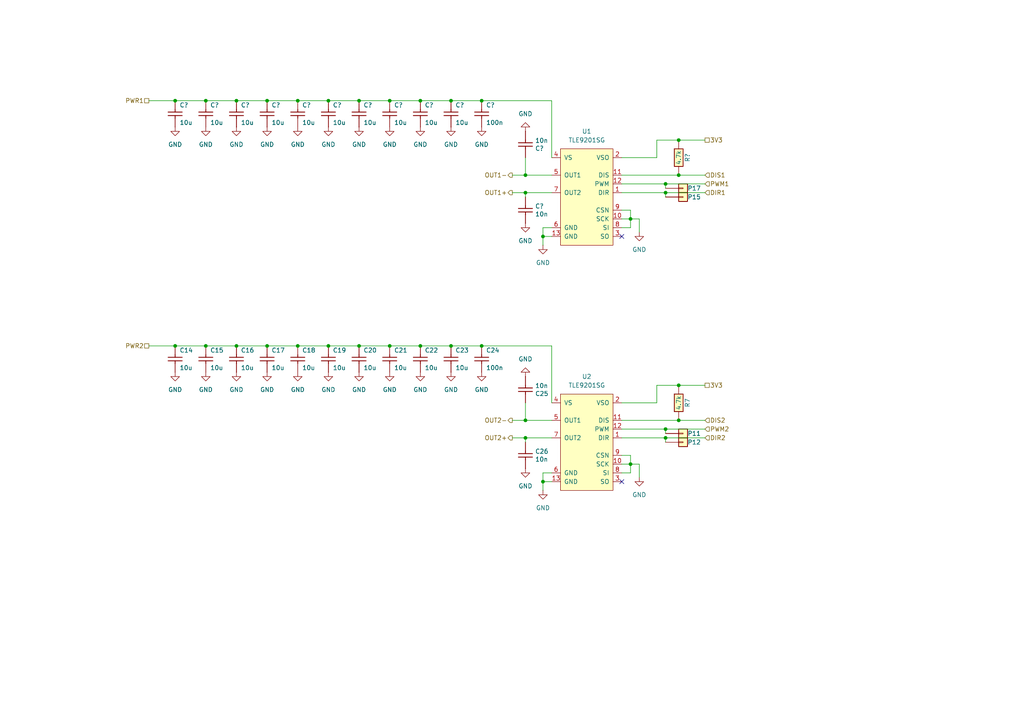
<source format=kicad_sch>
(kicad_sch (version 20231120) (generator "eeschema") (generator_version "8.0")
  (paper "A4")
  (title_block (title "UAEFI") (date "2024-08-15") (rev "D") (company "rusEFI.com"))
  (lib_symbols
    (symbol "GND_2" (power) (pin_numbers hide) (pin_names (offset 0) hide)
      (property "Value" "GND" (at 0 -3.81 0))
      (symbol "GND_2_0_1"
        (polyline (pts (xy 0 0) (xy 0 -1.27) (xy 1.27 -1.27) (xy 0 -2.54) (xy -1.27 -1.27) (xy 0 -1.27)))
      )
      (symbol "GND_2_1_1"
        (pin power_in line (at 0 0 270) (length 0) (name "~") (number "1"))
      )
    )
    (symbol "chips:TLE9201SG" (pin_names (offset 1.016))
      (property "Reference" "U" (at -1.27 3.81 0))
      (property "Value" "TLE9201SG" (at 2.54 1.27 0))
      (symbol "TLE9201SG_0_1"
        (rectangle (start -2.54 0) (end 12.7 -27.94) (fill (type background)))
      )
      (symbol "TLE9201SG_1_1"
        (pin passive line (at -5.08 -12.7 0) (length 2.54) (name "DIR") (number "1"))
        (pin passive line (at -5.08 -20.32 0) (length 2.54) (name "SCK") (number "10"))
        (pin passive line (at -5.08 -7.62 0) (length 2.54) (name "DIS") (number "11"))
        (pin passive line (at -5.08 -10.16 0) (length 2.54) (name "PWM") (number "12"))
        (pin passive line (at 15.24 -25.4 180) (length 2.54) (name "GND") (number "13"))
        (pin passive line (at -5.08 -2.54 0) (length 2.54) (name "VSO") (number "2"))
        (pin passive line (at -5.08 -25.4 0) (length 2.54) (name "SO") (number "3"))
        (pin passive line (at 15.24 -2.54 180) (length 2.54) (name "VS") (number "4"))
        (pin passive line (at 15.24 -7.62 180) (length 2.54) (name "OUT1") (number "5"))
        (pin passive line (at 15.24 -22.86 180) (length 2.54) (name "GND") (number "6"))
        (pin passive line (at 15.24 -12.7 180) (length 2.54) (name "OUT2") (number "7"))
        (pin passive line (at -5.08 -22.86 0) (length 2.54) (name "SI") (number "8"))
        (pin passive line (at -5.08 -17.78 0) (length 2.54) (name "CSN") (number "9"))
      )
    )
    (symbol "hellen-one-common:Cap" (pin_numbers hide)
      (property "Reference" "C" (at -3.81 2.54 0))
      (property "Value" "Cap" (at -2.54 -1.27 0))
      (symbol "Cap_1_0"
        (polyline (pts (xy -1.27 0) (xy -0.508 0)) (stroke (width 0.254)))
        (polyline (pts (xy -0.508 -2.032) (xy -0.508 2.032)) (stroke (width 0.254)))
        (polyline (pts (xy 0.508 2.032) (xy 0.508 -2.032)) (stroke (width 0.254)))
        (polyline (pts (xy 1.27 0) (xy 0.508 0)) (stroke (width 0.254)))
        (pin passive line (at -3.81 0 0) (length 2.54) (name "") (number "1"))
        (pin passive line (at 3.81 0 180) (length 2.54) (name "") (number "2"))
      )
    )
    (symbol "hellen-one-common:Pad" (pin_numbers hide) (pin_names (offset 1.016) hide)
      (property "Reference" "P" (at 2.54 0 0))
      (symbol "Pad_1_1"
        (rectangle (start -1.27 0.127) (end 0 -0.127) (stroke (width 0.1524)))
        (rectangle (start -1.27 1.27) (end 1.27 -1.27) (stroke (width 0.254)) (fill (type background)))
        (pin passive line (at -5.08 0 0) (length 3.81) (name "Pin_1") (number "1"))
      )
    )
    (symbol "hellen-one-common:Res" (pin_numbers hide)
      (property "Reference" "R" (at 3.81 2.54 0))
      (property "Value" "Res" (at 5.08 -2.54 0))
      (symbol "Res_1_0"
        (rectangle (start 2.54 -1.27) (end 7.62 1.27) (stroke (width 0.254)) (fill (type background)))
        (pin passive line (at 0 0 0) (length 2.54) (name "") (number "1"))
        (pin passive line (at 10.16 0 180) (length 2.54) (name "") (number "2"))
      )
    )
  )
  (junction (at 121.92 29.21))
  (junction (at 68.58 29.21))
  (junction (at 152.4 121.92))
  (junction (at 196.85 40.64))
  (junction (at 104.14 29.21))
  (junction (at 113.03 29.21))
  (junction (at 193.04 55.88))
  (junction (at 193.04 127))
  (junction (at 59.69 100.33))
  (junction (at 157.48 139.7))
  (junction (at 182.88 134.62))
  (junction (at 193.04 53.34))
  (junction (at 68.58 100.33))
  (junction (at 95.25 100.33))
  (junction (at 196.85 111.76))
  (junction (at 77.47 100.33))
  (junction (at 152.4 50.8))
  (junction (at 193.04 124.46))
  (junction (at 152.4 55.88))
  (junction (at 113.03 100.33))
  (junction (at 86.36 29.21))
  (junction (at 130.81 100.33))
  (junction (at 50.8 100.33))
  (junction (at 196.85 50.8))
  (junction (at 152.4 127))
  (junction (at 95.25 29.21))
  (junction (at 121.92 100.33))
  (junction (at 196.85 121.92))
  (junction (at 139.7 100.33))
  (junction (at 139.7 29.21))
  (junction (at 50.8 29.21))
  (junction (at 86.36 100.33))
  (junction (at 130.81 29.21))
  (junction (at 59.69 29.21))
  (junction (at 77.47 29.21))
  (junction (at 157.48 68.58))
  (junction (at 104.14 100.33))
  (junction (at 182.88 63.5))
  (no_connect (at 180.34 139.7))
  (no_connect (at 180.34 68.58))
  (wire (pts (xy 180.34 121.92) (xy 196.85 121.92)))
  (wire (pts (xy 77.47 100.33) (xy 86.36 100.33)))
  (wire (pts (xy 152.4 50.8) (xy 148.59 50.8)))
  (wire (pts (xy 180.34 45.72) (xy 190.5 45.72)))
  (wire (pts (xy 182.88 132.08) (xy 182.88 134.62)))
  (wire (pts (xy 157.48 139.7) (xy 160.02 139.7)))
  (wire (pts (xy 152.4 121.92) (xy 148.59 121.92)))
  (wire (pts (xy 190.5 111.76) (xy 196.85 111.76)))
  (wire (pts (xy 180.34 55.88) (xy 193.04 55.88)))
  (wire (pts (xy 130.81 29.21) (xy 139.7 29.21)))
  (wire (pts (xy 182.88 60.96) (xy 182.88 63.5)))
  (wire (pts (xy 104.14 100.33) (xy 113.03 100.33)))
  (wire (pts (xy 193.04 53.34) (xy 193.04 54.61)))
  (wire (pts (xy 180.34 132.08) (xy 182.88 132.08)))
  (wire (pts (xy 182.88 63.5) (xy 185.42 63.5)))
  (wire (pts (xy 180.34 50.8) (xy 196.85 50.8)))
  (wire (pts (xy 104.14 29.21) (xy 113.03 29.21)))
  (wire (pts (xy 182.88 137.16) (xy 182.88 134.62)))
  (wire (pts (xy 157.48 68.58) (xy 160.02 68.58)))
  (wire (pts (xy 180.34 53.34) (xy 193.04 53.34)))
  (wire (pts (xy 68.58 29.21) (xy 77.47 29.21)))
  (wire (pts (xy 182.88 66.04) (xy 182.88 63.5)))
  (wire (pts (xy 193.04 53.34) (xy 204.47 53.34)))
  (wire (pts (xy 157.48 139.7) (xy 157.48 137.16)))
  (wire (pts (xy 157.48 66.04) (xy 160.02 66.04)))
  (wire (pts (xy 193.04 55.88) (xy 204.47 55.88)))
  (wire (pts (xy 157.48 68.58) (xy 157.48 66.04)))
  (wire (pts (xy 180.34 137.16) (xy 182.88 137.16)))
  (wire (pts (xy 160.02 100.33) (xy 160.02 116.84)))
  (wire (pts (xy 193.04 127) (xy 204.47 127)))
  (wire (pts (xy 152.4 55.88) (xy 160.02 55.88)))
  (wire (pts (xy 185.42 67.31) (xy 185.42 63.5)))
  (wire (pts (xy 180.34 60.96) (xy 182.88 60.96)))
  (wire (pts (xy 148.59 55.88) (xy 152.4 55.88)))
  (wire (pts (xy 113.03 100.33) (xy 121.92 100.33)))
  (wire (pts (xy 148.59 127) (xy 152.4 127)))
  (wire (pts (xy 160.02 121.92) (xy 152.4 121.92)))
  (wire (pts (xy 160.02 50.8) (xy 152.4 50.8)))
  (wire (pts (xy 196.85 40.64) (xy 204.47 40.64)))
  (wire (pts (xy 121.92 29.21) (xy 130.81 29.21)))
  (wire (pts (xy 180.34 66.04) (xy 182.88 66.04)))
  (wire (pts (xy 193.04 124.46) (xy 204.47 124.46)))
  (wire (pts (xy 152.4 127) (xy 160.02 127)))
  (wire (pts (xy 180.34 134.62) (xy 182.88 134.62)))
  (wire (pts (xy 59.69 100.33) (xy 68.58 100.33)))
  (wire (pts (xy 190.5 45.72) (xy 190.5 40.64)))
  (wire (pts (xy 43.18 100.33) (xy 50.8 100.33)))
  (wire (pts (xy 152.4 127) (xy 152.4 128.27)))
  (wire (pts (xy 86.36 100.33) (xy 95.25 100.33)))
  (wire (pts (xy 180.34 63.5) (xy 182.88 63.5)))
  (wire (pts (xy 59.69 29.21) (xy 68.58 29.21)))
  (wire (pts (xy 121.92 100.33) (xy 130.81 100.33)))
  (wire (pts (xy 86.36 29.21) (xy 95.25 29.21)))
  (wire (pts (xy 196.85 121.92) (xy 204.47 121.92)))
  (wire (pts (xy 190.5 116.84) (xy 190.5 111.76)))
  (wire (pts (xy 196.85 111.76) (xy 204.47 111.76)))
  (wire (pts (xy 50.8 29.21) (xy 59.69 29.21)))
  (wire (pts (xy 180.34 116.84) (xy 190.5 116.84)))
  (wire (pts (xy 95.25 29.21) (xy 104.14 29.21)))
  (wire (pts (xy 152.4 50.8) (xy 152.4 45.72)))
  (wire (pts (xy 180.34 127) (xy 193.04 127)))
  (wire (pts (xy 157.48 71.12) (xy 157.48 68.58)))
  (wire (pts (xy 152.4 55.88) (xy 152.4 57.15)))
  (wire (pts (xy 193.04 127) (xy 193.04 128.27)))
  (wire (pts (xy 180.34 124.46) (xy 193.04 124.46)))
  (wire (pts (xy 130.81 100.33) (xy 139.7 100.33)))
  (wire (pts (xy 157.48 137.16) (xy 160.02 137.16)))
  (wire (pts (xy 139.7 100.33) (xy 160.02 100.33)))
  (wire (pts (xy 157.48 142.24) (xy 157.48 139.7)))
  (wire (pts (xy 50.8 100.33) (xy 59.69 100.33)))
  (wire (pts (xy 113.03 29.21) (xy 121.92 29.21)))
  (wire (pts (xy 95.25 100.33) (xy 104.14 100.33)))
  (wire (pts (xy 182.88 134.62) (xy 185.42 134.62)))
  (wire (pts (xy 185.42 138.43) (xy 185.42 134.62)))
  (wire (pts (xy 190.5 40.64) (xy 196.85 40.64)))
  (wire (pts (xy 43.18 29.21) (xy 50.8 29.21)))
  (wire (pts (xy 193.04 124.46) (xy 193.04 125.73)))
  (wire (pts (xy 68.58 100.33) (xy 77.47 100.33)))
  (wire (pts (xy 196.85 50.8) (xy 204.47 50.8)))
  (wire (pts (xy 139.7 29.21) (xy 160.02 29.21)))
  (wire (pts (xy 160.02 29.21) (xy 160.02 45.72)))
  (wire (pts (xy 193.04 55.88) (xy 193.04 57.15)))
  (wire (pts (xy 152.4 121.92) (xy 152.4 116.84)))
  (wire (pts (xy 77.47 29.21) (xy 86.36 29.21)))
  (hierarchical_label "OUT1+" (shape output) (at 148.59 55.88 180))
  (hierarchical_label "DIR2" (shape input) (at 204.47 127 0))
  (hierarchical_label "PWM2" (shape input) (at 204.47 124.46 0))
  (hierarchical_label "DIR1" (shape input) (at 204.47 55.88 0))
  (hierarchical_label "OUT2-" (shape output) (at 148.59 121.92 180))
  (hierarchical_label "PWM1" (shape input) (at 204.47 53.34 0))
  (hierarchical_label "PWR1" (shape passive) (at 43.18 29.21 180) (property "Netclass" "DC_Driver_PWR" (effects (hide yes))))
  (hierarchical_label "OUT1-" (shape output) (at 148.59 50.8 180))
  (hierarchical_label "DIS1" (shape input) (at 204.47 50.8 0))
  (hierarchical_label "DIS2" (shape input) (at 204.47 121.92 0))
  (hierarchical_label "3V3" (shape passive) (at 204.47 40.64 0))
  (hierarchical_label "OUT2+" (shape output) (at 148.59 127 180))
  (hierarchical_label "PWR2" (shape passive) (at 43.18 100.33 180) (property "Netclass" "DC_Driver_PWR" (effects (hide yes))))
  (hierarchical_label "3V3" (shape passive) (at 204.47 111.76 0))
  (symbol (lib_name "GND_2") (lib_id "power:GND") (at 139.7 36.83 0) (unit 1)
    (property "Reference" "#PWR065" (effects (hide yes)))
    (property "Value" "GND" (at 139.7 41.91 0))
    (property "Description" "Power symbol creates a global label with name \"GND\" , ground" (effects (hide yes)))
  )
  (symbol (lib_id "hellen-one-common:Cap") (at 104.14 33.02 90) (unit 1)
    (property "Reference" "C?" (at 105.41 30.48 90) (effects (justify right)))
    (property "Value" "10u" (at 105.41 35.56 90) (effects (justify right)))
    (property "Footprint" "hellen-one-common:C0805" (effects (hide yes)))
    (property "LCSC" "C15850" (effects (hide yes)))
    (instances (project "hellen-112-17" (path "" (reference "C?") (unit 1))) (project "MST01" (path "" (reference "C7") (unit 1))))
  )
  (symbol (lib_id "hellen-one-common:Cap") (at 68.58 104.14 90) (unit 1)
    (property "Reference" "C16" (at 69.85 101.6 90) (effects (justify right)))
    (property "Value" "10u" (at 69.85 106.68 90) (effects (justify right)))
    (property "Footprint" "hellen-one-common:C0805" (effects (hide yes)))
    (property "LCSC" "C15850" (effects (hide yes)))
  )
  (symbol (lib_name "GND_2") (lib_id "power:GND") (at 104.14 107.95 0) (unit 1)
    (property "Reference" "#PWR054" (effects (hide yes)))
    (property "Value" "GND" (at 104.14 113.03 0))
    (property "Description" "Power symbol creates a global label with name \"GND\" , ground" (effects (hide yes)))
  )
  (symbol (lib_name "GND_2") (lib_id "power:GND") (at 121.92 107.95 0) (unit 1)
    (property "Reference" "#PWR058" (effects (hide yes)))
    (property "Value" "GND" (at 121.92 113.03 0))
    (property "Description" "Power symbol creates a global label with name \"GND\" , ground" (effects (hide yes)))
  )
  (symbol (lib_id "hellen-one-common:Cap") (at 86.36 33.02 90) (unit 1)
    (property "Reference" "C?" (at 87.63 30.48 90) (effects (justify right)))
    (property "Value" "10u" (at 87.63 35.56 90) (effects (justify right)))
    (property "Footprint" "hellen-one-common:C0805" (effects (hide yes)))
    (property "LCSC" "C15850" (effects (hide yes)))
    (instances (project "hellen-112-17" (path "" (reference "C?") (unit 1))) (project "MST01" (path "" (reference "C5") (unit 1))))
  )
  (symbol (lib_name "GND_2") (lib_id "power:GND") (at 86.36 36.83 0) (unit 1)
    (property "Reference" "#PWR053" (effects (hide yes)))
    (property "Value" "GND" (at 86.36 41.91 0))
    (property "Description" "Power symbol creates a global label with name \"GND\" , ground" (effects (hide yes)))
  )
  (symbol (lib_id "hellen-one-common:Cap") (at 130.81 104.14 90) (unit 1)
    (property "Reference" "C23" (at 132.08 101.6 90) (effects (justify right)))
    (property "Value" "10u" (at 132.08 106.68 90) (effects (justify right)))
    (property "Footprint" "hellen-one-common:C0805" (effects (hide yes)))
    (property "LCSC" "C15850" (effects (hide yes)))
  )
  (symbol (lib_id "hellen-one-common:Cap") (at 130.81 33.02 90) (unit 1)
    (property "Reference" "C?" (at 132.08 30.48 90) (effects (justify right)))
    (property "Value" "10u" (at 132.08 35.56 90) (effects (justify right)))
    (property "Footprint" "hellen-one-common:C0805" (effects (hide yes)))
    (property "LCSC" "C15850" (effects (hide yes)))
    (instances (project "hellen-112-17" (path "" (reference "C?") (unit 1))) (project "MST01" (path "" (reference "C10") (unit 1))))
  )
  (symbol (lib_id "hellen-one-common:Cap") (at 152.4 132.08 90) (unit 1)
    (property "Reference" "C26" (at 155.1941 130.9306 90) (effects (justify right)))
    (property "Value" "10n" (at 155.1941 133.2293 90) (effects (justify right)))
    (property "Footprint" "hellen-one-common:C0603" (effects (hide yes)))
    (property "LCSC" "C57112" (effects (hide yes)))
  )
  (symbol (lib_id "hellen-one-common:Cap") (at 113.03 33.02 90) (unit 1)
    (property "Reference" "C?" (at 114.3 30.48 90) (effects (justify right)))
    (property "Value" "10u" (at 114.3 35.56 90) (effects (justify right)))
    (property "Footprint" "hellen-one-common:C0805" (effects (hide yes)))
    (property "LCSC" "C15850" (effects (hide yes)))
    (instances (project "hellen-112-17" (path "" (reference "C?") (unit 1))) (project "MST01" (path "" (reference "C8") (unit 1))))
  )
  (symbol (lib_id "hellen-one-common:Cap") (at 152.4 60.96 90) (unit 1)
    (property "Reference" "C?" (at 155.1941 59.8106 90) (effects (justify right)))
    (property "Value" "10n" (at 155.1941 62.1093 90) (effects (justify right)))
    (property "Footprint" "hellen-one-common:C0603" (effects (hide yes)))
    (property "LCSC" "C57112" (effects (hide yes)))
    (instances (project "hellen-112-17" (path "" (reference "C?") (unit 1)) (path "" (reference "C?") (unit 1))) (project "MST01" (path "" (reference "C13") (unit 1))))
  )
  (symbol (lib_id "hellen-one-common:Pad") (at 198.12 128.27 0) (unit 1)
    (property "Reference" "P12" (at 199.39 128.27 0) (effects (justify left)))
    (property "Value" "Pad" (effects (hide yes)))
    (property "Footprint" "Impronte-mie:PAD-TH-senza-serigrafia" (effects (hide yes)))
  )
  (symbol (lib_name "GND_2") (lib_id "power:GND") (at 113.03 107.95 0) (unit 1)
    (property "Reference" "#PWR056" (effects (hide yes)))
    (property "Value" "GND" (at 113.03 113.03 0))
    (property "Description" "Power symbol creates a global label with name \"GND\" , ground" (effects (hide yes)))
  )
  (symbol (lib_id "hellen-one-common:Cap") (at 50.8 33.02 90) (unit 1)
    (property "Reference" "C?" (at 52.07 30.48 90) (effects (justify right)))
    (property "Value" "10u" (at 52.07 35.56 90) (effects (justify right)))
    (property "Footprint" "hellen-one-common:C0805" (effects (hide yes)))
    (property "LCSC" "C15850" (effects (hide yes)))
    (instances (project "hellen-112-17" (path "" (reference "C?") (unit 1))) (project "MST01" (path "" (reference "C1") (unit 1))))
  )
  (symbol (lib_name "GND_2") (lib_id "power:GND") (at 68.58 107.95 0) (unit 1)
    (property "Reference" "#PWR010" (effects (hide yes)))
    (property "Value" "GND" (at 68.58 113.03 0))
    (property "Description" "Power symbol creates a global label with name \"GND\" , ground" (effects (hide yes)))
  )
  (symbol (lib_name "GND_2") (lib_id "power:GND") (at 121.92 36.83 0) (unit 1)
    (property "Reference" "#PWR061" (effects (hide yes)))
    (property "Value" "GND" (at 121.92 41.91 0))
    (property "Description" "Power symbol creates a global label with name \"GND\" , ground" (effects (hide yes)))
  )
  (symbol (lib_id "hellen-one-common:Cap") (at 139.7 33.02 90) (unit 1)
    (property "Reference" "C?" (at 140.97 30.48 90) (effects (justify right)))
    (property "Value" "100n" (at 140.97 35.56 90) (effects (justify right)))
    (property "Footprint" "hellen-one-common:C0603" (effects (hide yes)))
    (property "LCSC" "C14663" (effects (hide yes)))
    (instances (project "hellen-112-17" (path "" (reference "C?") (unit 1))) (project "MST01" (path "" (reference "C11") (unit 1))))
  )
  (symbol (lib_name "GND_2") (lib_id "power:GND") (at 59.69 36.83 0) (unit 1)
    (property "Reference" "#PWR09" (effects (hide yes)))
    (property "Value" "GND" (at 59.69 41.91 0))
    (property "Description" "Power symbol creates a global label with name \"GND\" , ground" (effects (hide yes)))
  )
  (symbol (lib_id "hellen-one-common:Cap") (at 50.8 104.14 90) (unit 1)
    (property "Reference" "C14" (at 52.07 101.6 90) (effects (justify right)))
    (property "Value" "10u" (at 52.07 106.68 90) (effects (justify right)))
    (property "Footprint" "hellen-one-common:C0805" (effects (hide yes)))
    (property "LCSC" "C15850" (effects (hide yes)))
  )
  (symbol (lib_name "GND_2") (lib_id "power:GND") (at 50.8 36.83 0) (unit 1)
    (property "Reference" "#PWR01" (effects (hide yes)))
    (property "Value" "GND" (at 50.8 41.91 0))
    (property "Description" "Power symbol creates a global label with name \"GND\" , ground" (effects (hide yes)))
  )
  (symbol (lib_name "GND_2") (lib_id "power:GND") (at 139.7 107.95 0) (unit 1)
    (property "Reference" "#PWR062" (effects (hide yes)))
    (property "Value" "GND" (at 139.7 113.03 0))
    (property "Description" "Power symbol creates a global label with name \"GND\" , ground" (effects (hide yes)))
  )
  (symbol (lib_id "hellen-one-common:Cap") (at 77.47 33.02 90) (unit 1)
    (property "Reference" "C?" (at 78.74 30.48 90) (effects (justify right)))
    (property "Value" "10u" (at 78.74 35.56 90) (effects (justify right)))
    (property "Footprint" "hellen-one-common:C0805" (effects (hide yes)))
    (property "LCSC" "C15850" (effects (hide yes)))
    (instances (project "hellen-112-17" (path "" (reference "C?") (unit 1))) (project "MST01" (path "" (reference "C4") (unit 1))))
  )
  (symbol (lib_name "GND_2") (lib_id "power:GND") (at 95.25 36.83 0) (unit 1)
    (property "Reference" "#PWR055" (effects (hide yes)))
    (property "Value" "GND" (at 95.25 41.91 0))
    (property "Description" "Power symbol creates a global label with name \"GND\" , ground" (effects (hide yes)))
  )
  (symbol (lib_name "GND_2") (lib_id "power:GND") (at 77.47 107.95 0) (unit 1)
    (property "Reference" "#PWR043" (effects (hide yes)))
    (property "Value" "GND" (at 77.47 113.03 0))
    (property "Description" "Power symbol creates a global label with name \"GND\" , ground" (effects (hide yes)))
  )
  (symbol (lib_id "hellen-one-common:Cap") (at 121.92 33.02 90) (unit 1)
    (property "Reference" "C?" (at 123.19 30.48 90) (effects (justify right)))
    (property "Value" "10u" (at 123.19 35.56 90) (effects (justify right)))
    (property "Footprint" "hellen-one-common:C0805" (effects (hide yes)))
    (property "LCSC" "C15850" (effects (hide yes)))
    (instances (project "hellen-112-17" (path "" (reference "C?") (unit 1))) (project "MST01" (path "" (reference "C9") (unit 1))))
  )
  (symbol (lib_name "GND_2") (lib_id "power:GND") (at 104.14 36.83 0) (unit 1)
    (property "Reference" "#PWR057" (effects (hide yes)))
    (property "Value" "GND" (at 104.14 41.91 0))
    (property "Description" "Power symbol creates a global label with name \"GND\" , ground" (effects (hide yes)))
  )
  (symbol (lib_name "GND_2") (lib_id "power:GND") (at 59.69 107.95 0) (unit 1)
    (property "Reference" "#PWR05" (effects (hide yes)))
    (property "Value" "GND" (at 59.69 113.03 0))
    (property "Description" "Power symbol creates a global label with name \"GND\" , ground" (effects (hide yes)))
  )
  (symbol (lib_id "hellen-one-common:Pad") (at 198.12 57.15 0) (unit 1)
    (property "Reference" "P15" (at 199.39 57.15 0) (effects (justify left)))
    (property "Value" "Pad" (effects (hide yes)))
    (property "Footprint" "Impronte-mie:PAD-TH-senza-serigrafia" (effects (hide yes)))
  )
  (symbol (lib_id "hellen-one-common:Cap") (at 152.4 113.03 90) (mirror x) (unit 1)
    (property "Reference" "C25" (at 155.1941 114.1794 90) (effects (justify right)))
    (property "Value" "10n" (at 155.1941 111.8807 90) (effects (justify right)))
    (property "Footprint" "hellen-one-common:C0603" (effects (hide yes)))
    (property "LCSC" "C57112" (effects (hide yes)))
  )
  (symbol (lib_id "hellen-one-common:Cap") (at 95.25 104.14 90) (unit 1)
    (property "Reference" "C19" (at 96.52 101.6 90) (effects (justify right)))
    (property "Value" "10u" (at 96.52 106.68 90) (effects (justify right)))
    (property "Footprint" "hellen-one-common:C0805" (effects (hide yes)))
    (property "LCSC" "C15850" (effects (hide yes)))
  )
  (symbol (lib_id "hellen-one-common:Cap") (at 139.7 104.14 90) (unit 1)
    (property "Reference" "C24" (at 140.97 101.6 90) (effects (justify right)))
    (property "Value" "100n" (at 140.97 106.68 90) (effects (justify right)))
    (property "Footprint" "hellen-one-common:C0603" (effects (hide yes)))
    (property "LCSC" "C14663" (effects (hide yes)))
  )
  (symbol (lib_name "GND_2") (lib_id "power:GND") (at 185.42 138.43 0) (unit 1)
    (property "Reference" "#PWR078" (effects (hide yes)))
    (property "Value" "GND" (at 185.42 143.51 0))
    (property "Description" "Power symbol creates a global label with name \"GND\" , ground" (effects (hide yes)))
  )
  (symbol (lib_name "GND_2") (lib_id "power:GND") (at 95.25 107.95 0) (unit 1)
    (property "Reference" "#PWR052" (effects (hide yes)))
    (property "Value" "GND" (at 95.25 113.03 0))
    (property "Description" "Power symbol creates a global label with name \"GND\" , ground" (effects (hide yes)))
  )
  (symbol (lib_id "hellen-one-common:Res") (at 196.85 50.8 90) (unit 1)
    (property "Reference" "R?" (at 199.39 45.72 0))
    (property "Value" "4.7k" (at 196.85 45.72 0))
    (property "Footprint" "hellen-one-common:R0603" (effects (hide yes)))
    (property "LCSC" "C23162" (effects (hide yes)))
    (instances (project "hellen-112-17" (path "" (reference "R?") (unit 1)) (path "" (reference "R?") (unit 1))) (project "MST01" (path "" (reference "R9") (unit 1))))
  )
  (symbol (lib_id "chips:TLE9201SG") (at 175.26 43.18 0) (mirror y) (unit 1)
    (property "Reference" "U1" (at 170.18 38.1 0))
    (property "Value" "TLE9201SG" (at 170.18 40.64 0))
    (property "Footprint" "Package_SO:Infineon_PG-DSO-12-11" (effects (hide yes)))
    (property "LCSC" "C2653438" (effects (hide yes)))
    (property "MyComment" "Aliexpress" (effects (hide yes)))
  )
  (symbol (lib_id "hellen-one-common:Cap") (at 95.25 33.02 90) (unit 1)
    (property "Reference" "C?" (at 96.52 30.48 90) (effects (justify right)))
    (property "Value" "10u" (at 96.52 35.56 90) (effects (justify right)))
    (property "Footprint" "hellen-one-common:C0805" (effects (hide yes)))
    (property "LCSC" "C15850" (effects (hide yes)))
    (instances (project "hellen-112-17" (path "" (reference "C?") (unit 1))) (project "MST01" (path "" (reference "C6") (unit 1))))
  )
  (symbol (lib_id "hellen-one-common:Cap") (at 104.14 104.14 90) (unit 1)
    (property "Reference" "C20" (at 105.41 101.6 90) (effects (justify right)))
    (property "Value" "10u" (at 105.41 106.68 90) (effects (justify right)))
    (property "Footprint" "hellen-one-common:C0805" (effects (hide yes)))
    (property "LCSC" "C15850" (effects (hide yes)))
  )
  (symbol (lib_name "GND_2") (lib_id "power:GND") (at 68.58 36.83 0) (unit 1)
    (property "Reference" "#PWR042" (effects (hide yes)))
    (property "Value" "GND" (at 68.58 41.91 0))
    (property "Description" "Power symbol creates a global label with name \"GND\" , ground" (effects (hide yes)))
  )
  (symbol (lib_name "GND_2") (lib_id "power:GND") (at 77.47 36.83 0) (unit 1)
    (property "Reference" "#PWR050" (effects (hide yes)))
    (property "Value" "GND" (at 77.47 41.91 0))
    (property "Description" "Power symbol creates a global label with name \"GND\" , ground" (effects (hide yes)))
  )
  (symbol (lib_name "GND_2") (lib_id "power:GND") (at 113.03 36.83 0) (unit 1)
    (property "Reference" "#PWR059" (effects (hide yes)))
    (property "Value" "GND" (at 113.03 41.91 0))
    (property "Description" "Power symbol creates a global label with name \"GND\" , ground" (effects (hide yes)))
  )
  (symbol (lib_name "GND_2") (lib_id "power:GND") (at 130.81 107.95 0) (unit 1)
    (property "Reference" "#PWR060" (effects (hide yes)))
    (property "Value" "GND" (at 130.81 113.03 0))
    (property "Description" "Power symbol creates a global label with name \"GND\" , ground" (effects (hide yes)))
  )
  (symbol (lib_name "GND_2") (lib_id "power:GND") (at 86.36 107.95 0) (unit 1)
    (property "Reference" "#PWR049" (effects (hide yes)))
    (property "Value" "GND" (at 86.36 113.03 0))
    (property "Description" "Power symbol creates a global label with name \"GND\" , ground" (effects (hide yes)))
  )
  (symbol (lib_id "chips:TLE9201SG") (at 175.26 114.3 0) (mirror y) (unit 1)
    (property "Reference" "U2" (at 170.18 109.22 0))
    (property "Value" "TLE9201SG" (at 170.18 111.76 0))
    (property "Footprint" "Package_SO:Infineon_PG-DSO-12-11" (effects (hide yes)))
    (property "LCSC" "C2653438" (effects (hide yes)))
    (property "MyComment" "Aliexpress" (effects (hide yes)))
  )
  (symbol (lib_name "GND_2") (lib_id "power:GND") (at 152.4 135.89 0) (unit 1)
    (property "Reference" "#PWR066" (effects (hide yes)))
    (property "Value" "GND" (at 152.4 140.97 0))
    (property "Description" "Power symbol creates a global label with name \"GND\" , ground" (effects (hide yes)))
  )
  (symbol (lib_id "hellen-one-common:Cap") (at 59.69 104.14 90) (unit 1)
    (property "Reference" "C15" (at 60.96 101.6 90) (effects (justify right)))
    (property "Value" "10u" (at 60.96 106.68 90) (effects (justify right)))
    (property "Footprint" "hellen-one-common:C0805" (effects (hide yes)))
    (property "LCSC" "C15850" (effects (hide yes)))
  )
  (symbol (lib_id "hellen-one-common:Pad") (at 198.12 125.73 0) (unit 1)
    (property "Reference" "P11" (at 199.39 125.73 0) (effects (justify left)))
    (property "Value" "Pad" (effects (hide yes)))
    (property "Footprint" "Impronte-mie:PAD-TH-senza-serigrafia" (effects (hide yes)))
  )
  (symbol (lib_id "hellen-one-common:Cap") (at 152.4 41.91 90) (mirror x) (unit 1)
    (property "Reference" "C?" (at 155.1941 43.0594 90) (effects (justify right)))
    (property "Value" "10n" (at 155.1941 40.7607 90) (effects (justify right)))
    (property "Footprint" "hellen-one-common:C0603" (effects (hide yes)))
    (property "LCSC" "C57112" (effects (hide yes)))
    (instances (project "hellen-112-17" (path "" (reference "C?") (unit 1)) (path "" (reference "C?") (unit 1))) (project "MST01" (path "" (reference "C12") (unit 1))))
  )
  (symbol (lib_name "GND_2") (lib_id "power:GND") (at 157.48 142.24 0) (unit 1)
    (property "Reference" "#PWR076" (effects (hide yes)))
    (property "Value" "GND" (at 157.48 147.32 0))
    (property "Description" "Power symbol creates a global label with name \"GND\" , ground" (effects (hide yes)))
  )
  (symbol (lib_id "hellen-one-common:Cap") (at 121.92 104.14 90) (unit 1)
    (property "Reference" "C22" (at 123.19 101.6 90) (effects (justify right)))
    (property "Value" "10u" (at 123.19 106.68 90) (effects (justify right)))
    (property "Footprint" "hellen-one-common:C0805" (effects (hide yes)))
    (property "LCSC" "C15850" (effects (hide yes)))
  )
  (symbol (lib_id "hellen-one-common:Cap") (at 113.03 104.14 90) (unit 1)
    (property "Reference" "C21" (at 114.3 101.6 90) (effects (justify right)))
    (property "Value" "10u" (at 114.3 106.68 90) (effects (justify right)))
    (property "Footprint" "hellen-one-common:C0805" (effects (hide yes)))
    (property "LCSC" "C15850" (effects (hide yes)))
  )
  (symbol (lib_name "GND_2") (lib_id "power:GND") (at 130.81 36.83 0) (unit 1)
    (property "Reference" "#PWR063" (effects (hide yes)))
    (property "Value" "GND" (at 130.81 41.91 0))
    (property "Description" "Power symbol creates a global label with name \"GND\" , ground" (effects (hide yes)))
  )
  (symbol (lib_name "GND_2") (lib_id "power:GND") (at 50.8 107.95 0) (unit 1)
    (property "Reference" "#PWR03" (effects (hide yes)))
    (property "Value" "GND" (at 50.8 113.03 0))
    (property "Description" "Power symbol creates a global label with name \"GND\" , ground" (effects (hide yes)))
  )
  (symbol (lib_id "hellen-one-common:Pad") (at 198.12 54.61 0) (unit 1)
    (property "Reference" "P17" (at 199.39 54.61 0) (effects (justify left)))
    (property "Value" "Pad" (effects (hide yes)))
    (property "Footprint" "Impronte-mie:PAD-TH-senza-serigrafia" (effects (hide yes)))
  )
  (symbol (lib_name "GND_2") (lib_id "power:GND") (at 152.4 109.22 180) (unit 1)
    (property "Reference" "#PWR064" (effects (hide yes)))
    (property "Value" "GND" (at 152.4 104.14 0))
    (property "Description" "Power symbol creates a global label with name \"GND\" , ground" (effects (hide yes)))
  )
  (symbol (lib_id "hellen-one-common:Res") (at 196.85 121.92 90) (unit 1)
    (property "Reference" "R7" (at 199.39 116.84 0))
    (property "Value" "4.7k" (at 196.85 116.84 0))
    (property "Footprint" "hellen-one-common:R0603" (effects (hide yes)))
    (property "LCSC" "C23162" (effects (hide yes)))
  )
  (symbol (lib_id "hellen-one-common:Cap") (at 86.36 104.14 90) (unit 1)
    (property "Reference" "C18" (at 87.63 101.6 90) (effects (justify right)))
    (property "Value" "10u" (at 87.63 106.68 90) (effects (justify right)))
    (property "Footprint" "hellen-one-common:C0805" (effects (hide yes)))
    (property "LCSC" "C15850" (effects (hide yes)))
  )
  (symbol (lib_name "GND_2") (lib_id "power:GND") (at 185.42 67.31 0) (unit 1)
    (property "Reference" "#PWR079" (effects (hide yes)))
    (property "Value" "GND" (at 185.42 72.39 0))
    (property "Description" "Power symbol creates a global label with name \"GND\" , ground" (effects (hide yes)))
  )
  (symbol (lib_name "GND_2") (lib_id "power:GND") (at 157.48 71.12 0) (unit 1)
    (property "Reference" "#PWR077" (effects (hide yes)))
    (property "Value" "GND" (at 157.48 76.2 0))
    (property "Description" "Power symbol creates a global label with name \"GND\" , ground" (effects (hide yes)))
  )
  (symbol (lib_id "hellen-one-common:Cap") (at 59.69 33.02 90) (unit 1)
    (property "Reference" "C?" (at 60.96 30.48 90) (effects (justify right)))
    (property "Value" "10u" (at 60.96 35.56 90) (effects (justify right)))
    (property "Footprint" "hellen-one-common:C0805" (effects (hide yes)))
    (property "LCSC" "C15850" (effects (hide yes)))
    (instances (project "hellen-112-17" (path "" (reference "C?") (unit 1))) (project "MST01" (path "" (reference "C2") (unit 1))))
  )
  (symbol (lib_id "hellen-one-common:Cap") (at 77.47 104.14 90) (unit 1)
    (property "Reference" "C17" (at 78.74 101.6 90) (effects (justify right)))
    (property "Value" "10u" (at 78.74 106.68 90) (effects (justify right)))
    (property "Footprint" "hellen-one-common:C0805" (effects (hide yes)))
    (property "LCSC" "C15850" (effects (hide yes)))
  )
  (symbol (lib_name "GND_2") (lib_id "power:GND") (at 152.4 64.77 0) (unit 1)
    (property "Reference" "#PWR075" (effects (hide yes)))
    (property "Value" "GND" (at 152.4 69.85 0))
    (property "Description" "Power symbol creates a global label with name \"GND\" , ground" (effects (hide yes)))
  )
  (symbol (lib_id "hellen-one-common:Cap") (at 68.58 33.02 90) (unit 1)
    (property "Reference" "C?" (at 69.85 30.48 90) (effects (justify right)))
    (property "Value" "10u" (at 69.85 35.56 90) (effects (justify right)))
    (property "Footprint" "hellen-one-common:C0805" (effects (hide yes)))
    (property "LCSC" "C15850" (effects (hide yes)))
    (instances (project "hellen-112-17" (path "" (reference "C?") (unit 1))) (project "MST01" (path "" (reference "C3") (unit 1))))
  )
  (symbol (lib_name "GND_2") (lib_id "power:GND") (at 152.4 38.1 180) (unit 1)
    (property "Reference" "#PWR081" (effects (hide yes)))
    (property "Value" "GND" (at 152.4 33.02 0))
    (property "Description" "Power symbol creates a global label with name \"GND\" , ground" (effects (hide yes)))
  )
)
</source>
